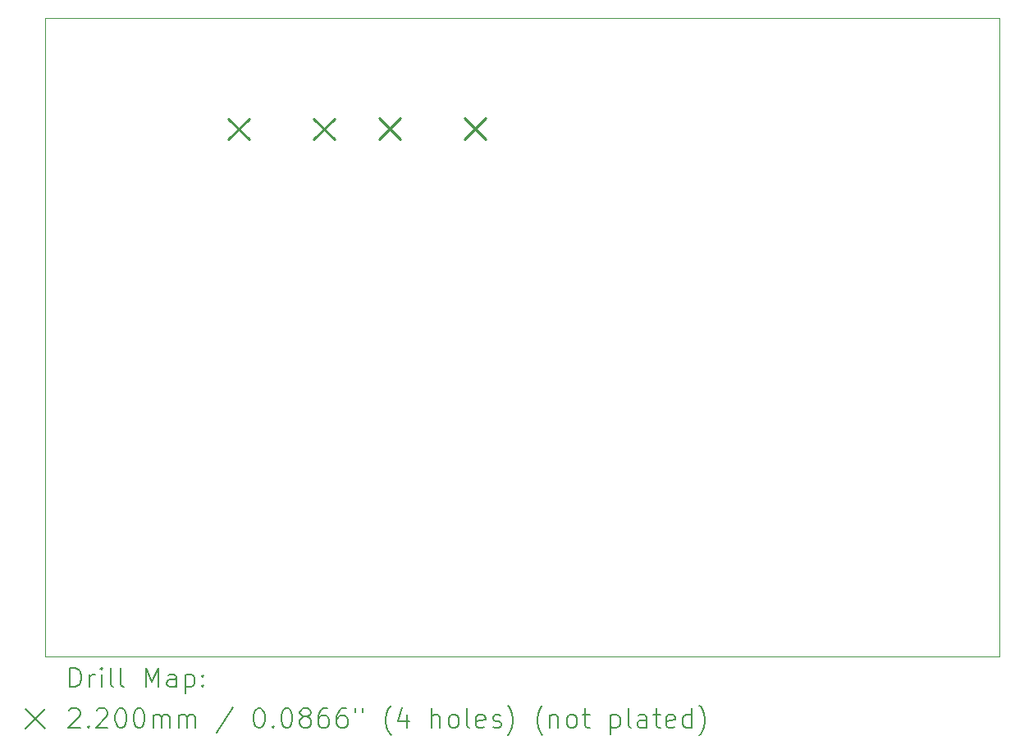
<source format=gbr>
%TF.GenerationSoftware,KiCad,Pcbnew,9.0.0*%
%TF.CreationDate,2025-02-23T14:29:34+01:00*%
%TF.ProjectId,pcb_v0,7063625f-7630-42e6-9b69-6361645f7063,rev?*%
%TF.SameCoordinates,Original*%
%TF.FileFunction,Drillmap*%
%TF.FilePolarity,Positive*%
%FSLAX45Y45*%
G04 Gerber Fmt 4.5, Leading zero omitted, Abs format (unit mm)*
G04 Created by KiCad (PCBNEW 9.0.0) date 2025-02-23 14:29:34*
%MOMM*%
%LPD*%
G01*
G04 APERTURE LIST*
%ADD10C,0.050000*%
%ADD11C,0.200000*%
%ADD12C,0.220000*%
G04 APERTURE END LIST*
D10*
X10400000Y-4658000D02*
X20250000Y-4658000D01*
X20250000Y-11258000D01*
X10400000Y-11258000D01*
X10400000Y-4658000D01*
D11*
D12*
X12290000Y-5698000D02*
X12510000Y-5918000D01*
X12510000Y-5698000D02*
X12290000Y-5918000D01*
X13170000Y-5698000D02*
X13390000Y-5918000D01*
X13390000Y-5698000D02*
X13170000Y-5918000D01*
X13850000Y-5693000D02*
X14070000Y-5913000D01*
X14070000Y-5693000D02*
X13850000Y-5913000D01*
X14730000Y-5693000D02*
X14950000Y-5913000D01*
X14950000Y-5693000D02*
X14730000Y-5913000D01*
D11*
X10658277Y-11571984D02*
X10658277Y-11371984D01*
X10658277Y-11371984D02*
X10705896Y-11371984D01*
X10705896Y-11371984D02*
X10734467Y-11381508D01*
X10734467Y-11381508D02*
X10753515Y-11400555D01*
X10753515Y-11400555D02*
X10763039Y-11419603D01*
X10763039Y-11419603D02*
X10772563Y-11457698D01*
X10772563Y-11457698D02*
X10772563Y-11486269D01*
X10772563Y-11486269D02*
X10763039Y-11524365D01*
X10763039Y-11524365D02*
X10753515Y-11543412D01*
X10753515Y-11543412D02*
X10734467Y-11562460D01*
X10734467Y-11562460D02*
X10705896Y-11571984D01*
X10705896Y-11571984D02*
X10658277Y-11571984D01*
X10858277Y-11571984D02*
X10858277Y-11438650D01*
X10858277Y-11476746D02*
X10867801Y-11457698D01*
X10867801Y-11457698D02*
X10877324Y-11448174D01*
X10877324Y-11448174D02*
X10896372Y-11438650D01*
X10896372Y-11438650D02*
X10915420Y-11438650D01*
X10982086Y-11571984D02*
X10982086Y-11438650D01*
X10982086Y-11371984D02*
X10972563Y-11381508D01*
X10972563Y-11381508D02*
X10982086Y-11391031D01*
X10982086Y-11391031D02*
X10991610Y-11381508D01*
X10991610Y-11381508D02*
X10982086Y-11371984D01*
X10982086Y-11371984D02*
X10982086Y-11391031D01*
X11105896Y-11571984D02*
X11086848Y-11562460D01*
X11086848Y-11562460D02*
X11077324Y-11543412D01*
X11077324Y-11543412D02*
X11077324Y-11371984D01*
X11210658Y-11571984D02*
X11191610Y-11562460D01*
X11191610Y-11562460D02*
X11182086Y-11543412D01*
X11182086Y-11543412D02*
X11182086Y-11371984D01*
X11439229Y-11571984D02*
X11439229Y-11371984D01*
X11439229Y-11371984D02*
X11505896Y-11514841D01*
X11505896Y-11514841D02*
X11572562Y-11371984D01*
X11572562Y-11371984D02*
X11572562Y-11571984D01*
X11753515Y-11571984D02*
X11753515Y-11467222D01*
X11753515Y-11467222D02*
X11743991Y-11448174D01*
X11743991Y-11448174D02*
X11724943Y-11438650D01*
X11724943Y-11438650D02*
X11686848Y-11438650D01*
X11686848Y-11438650D02*
X11667801Y-11448174D01*
X11753515Y-11562460D02*
X11734467Y-11571984D01*
X11734467Y-11571984D02*
X11686848Y-11571984D01*
X11686848Y-11571984D02*
X11667801Y-11562460D01*
X11667801Y-11562460D02*
X11658277Y-11543412D01*
X11658277Y-11543412D02*
X11658277Y-11524365D01*
X11658277Y-11524365D02*
X11667801Y-11505317D01*
X11667801Y-11505317D02*
X11686848Y-11495793D01*
X11686848Y-11495793D02*
X11734467Y-11495793D01*
X11734467Y-11495793D02*
X11753515Y-11486269D01*
X11848753Y-11438650D02*
X11848753Y-11638650D01*
X11848753Y-11448174D02*
X11867801Y-11438650D01*
X11867801Y-11438650D02*
X11905896Y-11438650D01*
X11905896Y-11438650D02*
X11924943Y-11448174D01*
X11924943Y-11448174D02*
X11934467Y-11457698D01*
X11934467Y-11457698D02*
X11943991Y-11476746D01*
X11943991Y-11476746D02*
X11943991Y-11533888D01*
X11943991Y-11533888D02*
X11934467Y-11552936D01*
X11934467Y-11552936D02*
X11924943Y-11562460D01*
X11924943Y-11562460D02*
X11905896Y-11571984D01*
X11905896Y-11571984D02*
X11867801Y-11571984D01*
X11867801Y-11571984D02*
X11848753Y-11562460D01*
X12029705Y-11552936D02*
X12039229Y-11562460D01*
X12039229Y-11562460D02*
X12029705Y-11571984D01*
X12029705Y-11571984D02*
X12020182Y-11562460D01*
X12020182Y-11562460D02*
X12029705Y-11552936D01*
X12029705Y-11552936D02*
X12029705Y-11571984D01*
X12029705Y-11448174D02*
X12039229Y-11457698D01*
X12039229Y-11457698D02*
X12029705Y-11467222D01*
X12029705Y-11467222D02*
X12020182Y-11457698D01*
X12020182Y-11457698D02*
X12029705Y-11448174D01*
X12029705Y-11448174D02*
X12029705Y-11467222D01*
X10197500Y-11800500D02*
X10397500Y-12000500D01*
X10397500Y-11800500D02*
X10197500Y-12000500D01*
X10648753Y-11811031D02*
X10658277Y-11801508D01*
X10658277Y-11801508D02*
X10677324Y-11791984D01*
X10677324Y-11791984D02*
X10724944Y-11791984D01*
X10724944Y-11791984D02*
X10743991Y-11801508D01*
X10743991Y-11801508D02*
X10753515Y-11811031D01*
X10753515Y-11811031D02*
X10763039Y-11830079D01*
X10763039Y-11830079D02*
X10763039Y-11849127D01*
X10763039Y-11849127D02*
X10753515Y-11877698D01*
X10753515Y-11877698D02*
X10639229Y-11991984D01*
X10639229Y-11991984D02*
X10763039Y-11991984D01*
X10848753Y-11972936D02*
X10858277Y-11982460D01*
X10858277Y-11982460D02*
X10848753Y-11991984D01*
X10848753Y-11991984D02*
X10839229Y-11982460D01*
X10839229Y-11982460D02*
X10848753Y-11972936D01*
X10848753Y-11972936D02*
X10848753Y-11991984D01*
X10934467Y-11811031D02*
X10943991Y-11801508D01*
X10943991Y-11801508D02*
X10963039Y-11791984D01*
X10963039Y-11791984D02*
X11010658Y-11791984D01*
X11010658Y-11791984D02*
X11029705Y-11801508D01*
X11029705Y-11801508D02*
X11039229Y-11811031D01*
X11039229Y-11811031D02*
X11048753Y-11830079D01*
X11048753Y-11830079D02*
X11048753Y-11849127D01*
X11048753Y-11849127D02*
X11039229Y-11877698D01*
X11039229Y-11877698D02*
X10924944Y-11991984D01*
X10924944Y-11991984D02*
X11048753Y-11991984D01*
X11172563Y-11791984D02*
X11191610Y-11791984D01*
X11191610Y-11791984D02*
X11210658Y-11801508D01*
X11210658Y-11801508D02*
X11220182Y-11811031D01*
X11220182Y-11811031D02*
X11229705Y-11830079D01*
X11229705Y-11830079D02*
X11239229Y-11868174D01*
X11239229Y-11868174D02*
X11239229Y-11915793D01*
X11239229Y-11915793D02*
X11229705Y-11953888D01*
X11229705Y-11953888D02*
X11220182Y-11972936D01*
X11220182Y-11972936D02*
X11210658Y-11982460D01*
X11210658Y-11982460D02*
X11191610Y-11991984D01*
X11191610Y-11991984D02*
X11172563Y-11991984D01*
X11172563Y-11991984D02*
X11153515Y-11982460D01*
X11153515Y-11982460D02*
X11143991Y-11972936D01*
X11143991Y-11972936D02*
X11134467Y-11953888D01*
X11134467Y-11953888D02*
X11124944Y-11915793D01*
X11124944Y-11915793D02*
X11124944Y-11868174D01*
X11124944Y-11868174D02*
X11134467Y-11830079D01*
X11134467Y-11830079D02*
X11143991Y-11811031D01*
X11143991Y-11811031D02*
X11153515Y-11801508D01*
X11153515Y-11801508D02*
X11172563Y-11791984D01*
X11363039Y-11791984D02*
X11382086Y-11791984D01*
X11382086Y-11791984D02*
X11401134Y-11801508D01*
X11401134Y-11801508D02*
X11410658Y-11811031D01*
X11410658Y-11811031D02*
X11420182Y-11830079D01*
X11420182Y-11830079D02*
X11429705Y-11868174D01*
X11429705Y-11868174D02*
X11429705Y-11915793D01*
X11429705Y-11915793D02*
X11420182Y-11953888D01*
X11420182Y-11953888D02*
X11410658Y-11972936D01*
X11410658Y-11972936D02*
X11401134Y-11982460D01*
X11401134Y-11982460D02*
X11382086Y-11991984D01*
X11382086Y-11991984D02*
X11363039Y-11991984D01*
X11363039Y-11991984D02*
X11343991Y-11982460D01*
X11343991Y-11982460D02*
X11334467Y-11972936D01*
X11334467Y-11972936D02*
X11324943Y-11953888D01*
X11324943Y-11953888D02*
X11315420Y-11915793D01*
X11315420Y-11915793D02*
X11315420Y-11868174D01*
X11315420Y-11868174D02*
X11324943Y-11830079D01*
X11324943Y-11830079D02*
X11334467Y-11811031D01*
X11334467Y-11811031D02*
X11343991Y-11801508D01*
X11343991Y-11801508D02*
X11363039Y-11791984D01*
X11515420Y-11991984D02*
X11515420Y-11858650D01*
X11515420Y-11877698D02*
X11524943Y-11868174D01*
X11524943Y-11868174D02*
X11543991Y-11858650D01*
X11543991Y-11858650D02*
X11572563Y-11858650D01*
X11572563Y-11858650D02*
X11591610Y-11868174D01*
X11591610Y-11868174D02*
X11601134Y-11887222D01*
X11601134Y-11887222D02*
X11601134Y-11991984D01*
X11601134Y-11887222D02*
X11610658Y-11868174D01*
X11610658Y-11868174D02*
X11629705Y-11858650D01*
X11629705Y-11858650D02*
X11658277Y-11858650D01*
X11658277Y-11858650D02*
X11677324Y-11868174D01*
X11677324Y-11868174D02*
X11686848Y-11887222D01*
X11686848Y-11887222D02*
X11686848Y-11991984D01*
X11782086Y-11991984D02*
X11782086Y-11858650D01*
X11782086Y-11877698D02*
X11791610Y-11868174D01*
X11791610Y-11868174D02*
X11810658Y-11858650D01*
X11810658Y-11858650D02*
X11839229Y-11858650D01*
X11839229Y-11858650D02*
X11858277Y-11868174D01*
X11858277Y-11868174D02*
X11867801Y-11887222D01*
X11867801Y-11887222D02*
X11867801Y-11991984D01*
X11867801Y-11887222D02*
X11877324Y-11868174D01*
X11877324Y-11868174D02*
X11896372Y-11858650D01*
X11896372Y-11858650D02*
X11924943Y-11858650D01*
X11924943Y-11858650D02*
X11943991Y-11868174D01*
X11943991Y-11868174D02*
X11953515Y-11887222D01*
X11953515Y-11887222D02*
X11953515Y-11991984D01*
X12343991Y-11782460D02*
X12172563Y-12039603D01*
X12601134Y-11791984D02*
X12620182Y-11791984D01*
X12620182Y-11791984D02*
X12639229Y-11801508D01*
X12639229Y-11801508D02*
X12648753Y-11811031D01*
X12648753Y-11811031D02*
X12658277Y-11830079D01*
X12658277Y-11830079D02*
X12667801Y-11868174D01*
X12667801Y-11868174D02*
X12667801Y-11915793D01*
X12667801Y-11915793D02*
X12658277Y-11953888D01*
X12658277Y-11953888D02*
X12648753Y-11972936D01*
X12648753Y-11972936D02*
X12639229Y-11982460D01*
X12639229Y-11982460D02*
X12620182Y-11991984D01*
X12620182Y-11991984D02*
X12601134Y-11991984D01*
X12601134Y-11991984D02*
X12582086Y-11982460D01*
X12582086Y-11982460D02*
X12572563Y-11972936D01*
X12572563Y-11972936D02*
X12563039Y-11953888D01*
X12563039Y-11953888D02*
X12553515Y-11915793D01*
X12553515Y-11915793D02*
X12553515Y-11868174D01*
X12553515Y-11868174D02*
X12563039Y-11830079D01*
X12563039Y-11830079D02*
X12572563Y-11811031D01*
X12572563Y-11811031D02*
X12582086Y-11801508D01*
X12582086Y-11801508D02*
X12601134Y-11791984D01*
X12753515Y-11972936D02*
X12763039Y-11982460D01*
X12763039Y-11982460D02*
X12753515Y-11991984D01*
X12753515Y-11991984D02*
X12743991Y-11982460D01*
X12743991Y-11982460D02*
X12753515Y-11972936D01*
X12753515Y-11972936D02*
X12753515Y-11991984D01*
X12886848Y-11791984D02*
X12905896Y-11791984D01*
X12905896Y-11791984D02*
X12924944Y-11801508D01*
X12924944Y-11801508D02*
X12934467Y-11811031D01*
X12934467Y-11811031D02*
X12943991Y-11830079D01*
X12943991Y-11830079D02*
X12953515Y-11868174D01*
X12953515Y-11868174D02*
X12953515Y-11915793D01*
X12953515Y-11915793D02*
X12943991Y-11953888D01*
X12943991Y-11953888D02*
X12934467Y-11972936D01*
X12934467Y-11972936D02*
X12924944Y-11982460D01*
X12924944Y-11982460D02*
X12905896Y-11991984D01*
X12905896Y-11991984D02*
X12886848Y-11991984D01*
X12886848Y-11991984D02*
X12867801Y-11982460D01*
X12867801Y-11982460D02*
X12858277Y-11972936D01*
X12858277Y-11972936D02*
X12848753Y-11953888D01*
X12848753Y-11953888D02*
X12839229Y-11915793D01*
X12839229Y-11915793D02*
X12839229Y-11868174D01*
X12839229Y-11868174D02*
X12848753Y-11830079D01*
X12848753Y-11830079D02*
X12858277Y-11811031D01*
X12858277Y-11811031D02*
X12867801Y-11801508D01*
X12867801Y-11801508D02*
X12886848Y-11791984D01*
X13067801Y-11877698D02*
X13048753Y-11868174D01*
X13048753Y-11868174D02*
X13039229Y-11858650D01*
X13039229Y-11858650D02*
X13029706Y-11839603D01*
X13029706Y-11839603D02*
X13029706Y-11830079D01*
X13029706Y-11830079D02*
X13039229Y-11811031D01*
X13039229Y-11811031D02*
X13048753Y-11801508D01*
X13048753Y-11801508D02*
X13067801Y-11791984D01*
X13067801Y-11791984D02*
X13105896Y-11791984D01*
X13105896Y-11791984D02*
X13124944Y-11801508D01*
X13124944Y-11801508D02*
X13134467Y-11811031D01*
X13134467Y-11811031D02*
X13143991Y-11830079D01*
X13143991Y-11830079D02*
X13143991Y-11839603D01*
X13143991Y-11839603D02*
X13134467Y-11858650D01*
X13134467Y-11858650D02*
X13124944Y-11868174D01*
X13124944Y-11868174D02*
X13105896Y-11877698D01*
X13105896Y-11877698D02*
X13067801Y-11877698D01*
X13067801Y-11877698D02*
X13048753Y-11887222D01*
X13048753Y-11887222D02*
X13039229Y-11896746D01*
X13039229Y-11896746D02*
X13029706Y-11915793D01*
X13029706Y-11915793D02*
X13029706Y-11953888D01*
X13029706Y-11953888D02*
X13039229Y-11972936D01*
X13039229Y-11972936D02*
X13048753Y-11982460D01*
X13048753Y-11982460D02*
X13067801Y-11991984D01*
X13067801Y-11991984D02*
X13105896Y-11991984D01*
X13105896Y-11991984D02*
X13124944Y-11982460D01*
X13124944Y-11982460D02*
X13134467Y-11972936D01*
X13134467Y-11972936D02*
X13143991Y-11953888D01*
X13143991Y-11953888D02*
X13143991Y-11915793D01*
X13143991Y-11915793D02*
X13134467Y-11896746D01*
X13134467Y-11896746D02*
X13124944Y-11887222D01*
X13124944Y-11887222D02*
X13105896Y-11877698D01*
X13315420Y-11791984D02*
X13277325Y-11791984D01*
X13277325Y-11791984D02*
X13258277Y-11801508D01*
X13258277Y-11801508D02*
X13248753Y-11811031D01*
X13248753Y-11811031D02*
X13229706Y-11839603D01*
X13229706Y-11839603D02*
X13220182Y-11877698D01*
X13220182Y-11877698D02*
X13220182Y-11953888D01*
X13220182Y-11953888D02*
X13229706Y-11972936D01*
X13229706Y-11972936D02*
X13239229Y-11982460D01*
X13239229Y-11982460D02*
X13258277Y-11991984D01*
X13258277Y-11991984D02*
X13296372Y-11991984D01*
X13296372Y-11991984D02*
X13315420Y-11982460D01*
X13315420Y-11982460D02*
X13324944Y-11972936D01*
X13324944Y-11972936D02*
X13334467Y-11953888D01*
X13334467Y-11953888D02*
X13334467Y-11906269D01*
X13334467Y-11906269D02*
X13324944Y-11887222D01*
X13324944Y-11887222D02*
X13315420Y-11877698D01*
X13315420Y-11877698D02*
X13296372Y-11868174D01*
X13296372Y-11868174D02*
X13258277Y-11868174D01*
X13258277Y-11868174D02*
X13239229Y-11877698D01*
X13239229Y-11877698D02*
X13229706Y-11887222D01*
X13229706Y-11887222D02*
X13220182Y-11906269D01*
X13505896Y-11791984D02*
X13467801Y-11791984D01*
X13467801Y-11791984D02*
X13448753Y-11801508D01*
X13448753Y-11801508D02*
X13439229Y-11811031D01*
X13439229Y-11811031D02*
X13420182Y-11839603D01*
X13420182Y-11839603D02*
X13410658Y-11877698D01*
X13410658Y-11877698D02*
X13410658Y-11953888D01*
X13410658Y-11953888D02*
X13420182Y-11972936D01*
X13420182Y-11972936D02*
X13429706Y-11982460D01*
X13429706Y-11982460D02*
X13448753Y-11991984D01*
X13448753Y-11991984D02*
X13486848Y-11991984D01*
X13486848Y-11991984D02*
X13505896Y-11982460D01*
X13505896Y-11982460D02*
X13515420Y-11972936D01*
X13515420Y-11972936D02*
X13524944Y-11953888D01*
X13524944Y-11953888D02*
X13524944Y-11906269D01*
X13524944Y-11906269D02*
X13515420Y-11887222D01*
X13515420Y-11887222D02*
X13505896Y-11877698D01*
X13505896Y-11877698D02*
X13486848Y-11868174D01*
X13486848Y-11868174D02*
X13448753Y-11868174D01*
X13448753Y-11868174D02*
X13429706Y-11877698D01*
X13429706Y-11877698D02*
X13420182Y-11887222D01*
X13420182Y-11887222D02*
X13410658Y-11906269D01*
X13601134Y-11791984D02*
X13601134Y-11830079D01*
X13677325Y-11791984D02*
X13677325Y-11830079D01*
X13972563Y-12068174D02*
X13963039Y-12058650D01*
X13963039Y-12058650D02*
X13943991Y-12030079D01*
X13943991Y-12030079D02*
X13934468Y-12011031D01*
X13934468Y-12011031D02*
X13924944Y-11982460D01*
X13924944Y-11982460D02*
X13915420Y-11934841D01*
X13915420Y-11934841D02*
X13915420Y-11896746D01*
X13915420Y-11896746D02*
X13924944Y-11849127D01*
X13924944Y-11849127D02*
X13934468Y-11820555D01*
X13934468Y-11820555D02*
X13943991Y-11801508D01*
X13943991Y-11801508D02*
X13963039Y-11772936D01*
X13963039Y-11772936D02*
X13972563Y-11763412D01*
X14134468Y-11858650D02*
X14134468Y-11991984D01*
X14086848Y-11782460D02*
X14039229Y-11925317D01*
X14039229Y-11925317D02*
X14163039Y-11925317D01*
X14391610Y-11991984D02*
X14391610Y-11791984D01*
X14477325Y-11991984D02*
X14477325Y-11887222D01*
X14477325Y-11887222D02*
X14467801Y-11868174D01*
X14467801Y-11868174D02*
X14448753Y-11858650D01*
X14448753Y-11858650D02*
X14420182Y-11858650D01*
X14420182Y-11858650D02*
X14401134Y-11868174D01*
X14401134Y-11868174D02*
X14391610Y-11877698D01*
X14601134Y-11991984D02*
X14582087Y-11982460D01*
X14582087Y-11982460D02*
X14572563Y-11972936D01*
X14572563Y-11972936D02*
X14563039Y-11953888D01*
X14563039Y-11953888D02*
X14563039Y-11896746D01*
X14563039Y-11896746D02*
X14572563Y-11877698D01*
X14572563Y-11877698D02*
X14582087Y-11868174D01*
X14582087Y-11868174D02*
X14601134Y-11858650D01*
X14601134Y-11858650D02*
X14629706Y-11858650D01*
X14629706Y-11858650D02*
X14648753Y-11868174D01*
X14648753Y-11868174D02*
X14658277Y-11877698D01*
X14658277Y-11877698D02*
X14667801Y-11896746D01*
X14667801Y-11896746D02*
X14667801Y-11953888D01*
X14667801Y-11953888D02*
X14658277Y-11972936D01*
X14658277Y-11972936D02*
X14648753Y-11982460D01*
X14648753Y-11982460D02*
X14629706Y-11991984D01*
X14629706Y-11991984D02*
X14601134Y-11991984D01*
X14782087Y-11991984D02*
X14763039Y-11982460D01*
X14763039Y-11982460D02*
X14753515Y-11963412D01*
X14753515Y-11963412D02*
X14753515Y-11791984D01*
X14934468Y-11982460D02*
X14915420Y-11991984D01*
X14915420Y-11991984D02*
X14877325Y-11991984D01*
X14877325Y-11991984D02*
X14858277Y-11982460D01*
X14858277Y-11982460D02*
X14848753Y-11963412D01*
X14848753Y-11963412D02*
X14848753Y-11887222D01*
X14848753Y-11887222D02*
X14858277Y-11868174D01*
X14858277Y-11868174D02*
X14877325Y-11858650D01*
X14877325Y-11858650D02*
X14915420Y-11858650D01*
X14915420Y-11858650D02*
X14934468Y-11868174D01*
X14934468Y-11868174D02*
X14943991Y-11887222D01*
X14943991Y-11887222D02*
X14943991Y-11906269D01*
X14943991Y-11906269D02*
X14848753Y-11925317D01*
X15020182Y-11982460D02*
X15039230Y-11991984D01*
X15039230Y-11991984D02*
X15077325Y-11991984D01*
X15077325Y-11991984D02*
X15096372Y-11982460D01*
X15096372Y-11982460D02*
X15105896Y-11963412D01*
X15105896Y-11963412D02*
X15105896Y-11953888D01*
X15105896Y-11953888D02*
X15096372Y-11934841D01*
X15096372Y-11934841D02*
X15077325Y-11925317D01*
X15077325Y-11925317D02*
X15048753Y-11925317D01*
X15048753Y-11925317D02*
X15029706Y-11915793D01*
X15029706Y-11915793D02*
X15020182Y-11896746D01*
X15020182Y-11896746D02*
X15020182Y-11887222D01*
X15020182Y-11887222D02*
X15029706Y-11868174D01*
X15029706Y-11868174D02*
X15048753Y-11858650D01*
X15048753Y-11858650D02*
X15077325Y-11858650D01*
X15077325Y-11858650D02*
X15096372Y-11868174D01*
X15172563Y-12068174D02*
X15182087Y-12058650D01*
X15182087Y-12058650D02*
X15201134Y-12030079D01*
X15201134Y-12030079D02*
X15210658Y-12011031D01*
X15210658Y-12011031D02*
X15220182Y-11982460D01*
X15220182Y-11982460D02*
X15229706Y-11934841D01*
X15229706Y-11934841D02*
X15229706Y-11896746D01*
X15229706Y-11896746D02*
X15220182Y-11849127D01*
X15220182Y-11849127D02*
X15210658Y-11820555D01*
X15210658Y-11820555D02*
X15201134Y-11801508D01*
X15201134Y-11801508D02*
X15182087Y-11772936D01*
X15182087Y-11772936D02*
X15172563Y-11763412D01*
X15534468Y-12068174D02*
X15524944Y-12058650D01*
X15524944Y-12058650D02*
X15505896Y-12030079D01*
X15505896Y-12030079D02*
X15496372Y-12011031D01*
X15496372Y-12011031D02*
X15486849Y-11982460D01*
X15486849Y-11982460D02*
X15477325Y-11934841D01*
X15477325Y-11934841D02*
X15477325Y-11896746D01*
X15477325Y-11896746D02*
X15486849Y-11849127D01*
X15486849Y-11849127D02*
X15496372Y-11820555D01*
X15496372Y-11820555D02*
X15505896Y-11801508D01*
X15505896Y-11801508D02*
X15524944Y-11772936D01*
X15524944Y-11772936D02*
X15534468Y-11763412D01*
X15610658Y-11858650D02*
X15610658Y-11991984D01*
X15610658Y-11877698D02*
X15620182Y-11868174D01*
X15620182Y-11868174D02*
X15639230Y-11858650D01*
X15639230Y-11858650D02*
X15667801Y-11858650D01*
X15667801Y-11858650D02*
X15686849Y-11868174D01*
X15686849Y-11868174D02*
X15696372Y-11887222D01*
X15696372Y-11887222D02*
X15696372Y-11991984D01*
X15820182Y-11991984D02*
X15801134Y-11982460D01*
X15801134Y-11982460D02*
X15791611Y-11972936D01*
X15791611Y-11972936D02*
X15782087Y-11953888D01*
X15782087Y-11953888D02*
X15782087Y-11896746D01*
X15782087Y-11896746D02*
X15791611Y-11877698D01*
X15791611Y-11877698D02*
X15801134Y-11868174D01*
X15801134Y-11868174D02*
X15820182Y-11858650D01*
X15820182Y-11858650D02*
X15848753Y-11858650D01*
X15848753Y-11858650D02*
X15867801Y-11868174D01*
X15867801Y-11868174D02*
X15877325Y-11877698D01*
X15877325Y-11877698D02*
X15886849Y-11896746D01*
X15886849Y-11896746D02*
X15886849Y-11953888D01*
X15886849Y-11953888D02*
X15877325Y-11972936D01*
X15877325Y-11972936D02*
X15867801Y-11982460D01*
X15867801Y-11982460D02*
X15848753Y-11991984D01*
X15848753Y-11991984D02*
X15820182Y-11991984D01*
X15943992Y-11858650D02*
X16020182Y-11858650D01*
X15972563Y-11791984D02*
X15972563Y-11963412D01*
X15972563Y-11963412D02*
X15982087Y-11982460D01*
X15982087Y-11982460D02*
X16001134Y-11991984D01*
X16001134Y-11991984D02*
X16020182Y-11991984D01*
X16239230Y-11858650D02*
X16239230Y-12058650D01*
X16239230Y-11868174D02*
X16258277Y-11858650D01*
X16258277Y-11858650D02*
X16296373Y-11858650D01*
X16296373Y-11858650D02*
X16315420Y-11868174D01*
X16315420Y-11868174D02*
X16324944Y-11877698D01*
X16324944Y-11877698D02*
X16334468Y-11896746D01*
X16334468Y-11896746D02*
X16334468Y-11953888D01*
X16334468Y-11953888D02*
X16324944Y-11972936D01*
X16324944Y-11972936D02*
X16315420Y-11982460D01*
X16315420Y-11982460D02*
X16296373Y-11991984D01*
X16296373Y-11991984D02*
X16258277Y-11991984D01*
X16258277Y-11991984D02*
X16239230Y-11982460D01*
X16448753Y-11991984D02*
X16429706Y-11982460D01*
X16429706Y-11982460D02*
X16420182Y-11963412D01*
X16420182Y-11963412D02*
X16420182Y-11791984D01*
X16610658Y-11991984D02*
X16610658Y-11887222D01*
X16610658Y-11887222D02*
X16601134Y-11868174D01*
X16601134Y-11868174D02*
X16582087Y-11858650D01*
X16582087Y-11858650D02*
X16543992Y-11858650D01*
X16543992Y-11858650D02*
X16524944Y-11868174D01*
X16610658Y-11982460D02*
X16591611Y-11991984D01*
X16591611Y-11991984D02*
X16543992Y-11991984D01*
X16543992Y-11991984D02*
X16524944Y-11982460D01*
X16524944Y-11982460D02*
X16515420Y-11963412D01*
X16515420Y-11963412D02*
X16515420Y-11944365D01*
X16515420Y-11944365D02*
X16524944Y-11925317D01*
X16524944Y-11925317D02*
X16543992Y-11915793D01*
X16543992Y-11915793D02*
X16591611Y-11915793D01*
X16591611Y-11915793D02*
X16610658Y-11906269D01*
X16677325Y-11858650D02*
X16753515Y-11858650D01*
X16705896Y-11791984D02*
X16705896Y-11963412D01*
X16705896Y-11963412D02*
X16715420Y-11982460D01*
X16715420Y-11982460D02*
X16734468Y-11991984D01*
X16734468Y-11991984D02*
X16753515Y-11991984D01*
X16896373Y-11982460D02*
X16877325Y-11991984D01*
X16877325Y-11991984D02*
X16839230Y-11991984D01*
X16839230Y-11991984D02*
X16820182Y-11982460D01*
X16820182Y-11982460D02*
X16810658Y-11963412D01*
X16810658Y-11963412D02*
X16810658Y-11887222D01*
X16810658Y-11887222D02*
X16820182Y-11868174D01*
X16820182Y-11868174D02*
X16839230Y-11858650D01*
X16839230Y-11858650D02*
X16877325Y-11858650D01*
X16877325Y-11858650D02*
X16896373Y-11868174D01*
X16896373Y-11868174D02*
X16905896Y-11887222D01*
X16905896Y-11887222D02*
X16905896Y-11906269D01*
X16905896Y-11906269D02*
X16810658Y-11925317D01*
X17077325Y-11991984D02*
X17077325Y-11791984D01*
X17077325Y-11982460D02*
X17058277Y-11991984D01*
X17058277Y-11991984D02*
X17020182Y-11991984D01*
X17020182Y-11991984D02*
X17001135Y-11982460D01*
X17001135Y-11982460D02*
X16991611Y-11972936D01*
X16991611Y-11972936D02*
X16982087Y-11953888D01*
X16982087Y-11953888D02*
X16982087Y-11896746D01*
X16982087Y-11896746D02*
X16991611Y-11877698D01*
X16991611Y-11877698D02*
X17001135Y-11868174D01*
X17001135Y-11868174D02*
X17020182Y-11858650D01*
X17020182Y-11858650D02*
X17058277Y-11858650D01*
X17058277Y-11858650D02*
X17077325Y-11868174D01*
X17153516Y-12068174D02*
X17163039Y-12058650D01*
X17163039Y-12058650D02*
X17182087Y-12030079D01*
X17182087Y-12030079D02*
X17191611Y-12011031D01*
X17191611Y-12011031D02*
X17201135Y-11982460D01*
X17201135Y-11982460D02*
X17210658Y-11934841D01*
X17210658Y-11934841D02*
X17210658Y-11896746D01*
X17210658Y-11896746D02*
X17201135Y-11849127D01*
X17201135Y-11849127D02*
X17191611Y-11820555D01*
X17191611Y-11820555D02*
X17182087Y-11801508D01*
X17182087Y-11801508D02*
X17163039Y-11772936D01*
X17163039Y-11772936D02*
X17153516Y-11763412D01*
M02*

</source>
